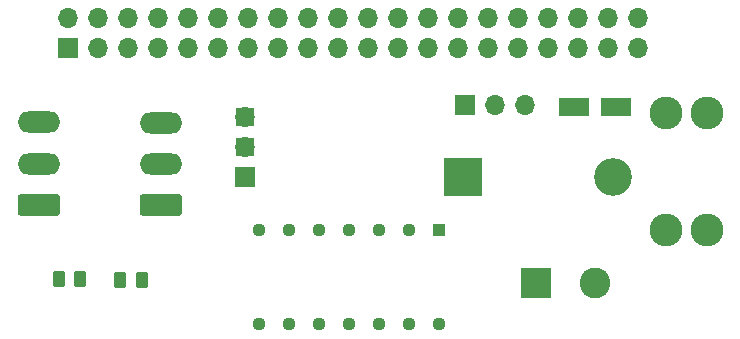
<source format=gtl>
%TF.GenerationSoftware,KiCad,Pcbnew,(6.0.4)*%
%TF.CreationDate,2022-04-01T13:13:12+01:00*%
%TF.ProjectId,Basic_2ch_Hat,42617369-635f-4326-9368-5f4861742e6b,rev?*%
%TF.SameCoordinates,Original*%
%TF.FileFunction,Copper,L1,Top*%
%TF.FilePolarity,Positive*%
%FSLAX46Y46*%
G04 Gerber Fmt 4.6, Leading zero omitted, Abs format (unit mm)*
G04 Created by KiCad (PCBNEW (6.0.4)) date 2022-04-01 13:13:12*
%MOMM*%
%LPD*%
G01*
G04 APERTURE LIST*
G04 Aperture macros list*
%AMRoundRect*
0 Rectangle with rounded corners*
0 $1 Rounding radius*
0 $2 $3 $4 $5 $6 $7 $8 $9 X,Y pos of 4 corners*
0 Add a 4 corners polygon primitive as box body*
4,1,4,$2,$3,$4,$5,$6,$7,$8,$9,$2,$3,0*
0 Add four circle primitives for the rounded corners*
1,1,$1+$1,$2,$3*
1,1,$1+$1,$4,$5*
1,1,$1+$1,$6,$7*
1,1,$1+$1,$8,$9*
0 Add four rect primitives between the rounded corners*
20,1,$1+$1,$2,$3,$4,$5,0*
20,1,$1+$1,$4,$5,$6,$7,0*
20,1,$1+$1,$6,$7,$8,$9,0*
20,1,$1+$1,$8,$9,$2,$3,0*%
G04 Aperture macros list end*
%TA.AperFunction,ComponentPad*%
%ADD10RoundRect,0.250000X1.550000X-0.650000X1.550000X0.650000X-1.550000X0.650000X-1.550000X-0.650000X0*%
%TD*%
%TA.AperFunction,ComponentPad*%
%ADD11O,3.600000X1.800000*%
%TD*%
%TA.AperFunction,ComponentPad*%
%ADD12R,1.130000X1.130000*%
%TD*%
%TA.AperFunction,ComponentPad*%
%ADD13C,1.130000*%
%TD*%
%TA.AperFunction,ComponentPad*%
%ADD14R,3.200000X3.200000*%
%TD*%
%TA.AperFunction,ComponentPad*%
%ADD15O,3.200000X3.200000*%
%TD*%
%TA.AperFunction,ComponentPad*%
%ADD16R,2.600000X2.600000*%
%TD*%
%TA.AperFunction,ComponentPad*%
%ADD17C,2.600000*%
%TD*%
%TA.AperFunction,ComponentPad*%
%ADD18R,1.700000X1.700000*%
%TD*%
%TA.AperFunction,ComponentPad*%
%ADD19O,1.700000X1.700000*%
%TD*%
%TA.AperFunction,SMDPad,CuDef*%
%ADD20RoundRect,0.250000X-0.262500X-0.450000X0.262500X-0.450000X0.262500X0.450000X-0.262500X0.450000X0*%
%TD*%
%TA.AperFunction,ComponentPad*%
%ADD21C,2.780000*%
%TD*%
%TA.AperFunction,ComponentPad*%
%ADD22R,1.524000X1.524000*%
%TD*%
%TA.AperFunction,SMDPad,CuDef*%
%ADD23RoundRect,0.250000X-1.050000X-0.550000X1.050000X-0.550000X1.050000X0.550000X-1.050000X0.550000X0*%
%TD*%
G04 APERTURE END LIST*
D10*
%TO.P,J2,1,1*%
%TO.N,GND*%
X167156000Y-39624000D03*
D11*
%TO.P,J2,2,2*%
%TO.N,Net-(J2-Pad2)*%
X167156000Y-36124000D03*
%TO.P,J2,3,3*%
%TO.N,VIN1*%
X167156000Y-32624000D03*
%TD*%
D10*
%TO.P,J1,1,1*%
%TO.N,GND*%
X156825700Y-39601300D03*
D11*
%TO.P,J1,2,2*%
%TO.N,Net-(J1-Pad2)*%
X156825700Y-36101300D03*
%TO.P,J1,3,3*%
%TO.N,VIN1*%
X156825700Y-32601300D03*
%TD*%
D12*
%TO.P,IC1,1,1OE*%
%TO.N,GND*%
X190703200Y-41750000D03*
D13*
%TO.P,IC1,2,1A*%
%TO.N,DATA1*%
X188163200Y-41750000D03*
%TO.P,IC1,3,1Y*%
%TO.N,Net-(IC1-Pad3)*%
X185623200Y-41750000D03*
%TO.P,IC1,4,2OE*%
%TO.N,GND*%
X183083200Y-41750000D03*
%TO.P,IC1,5,2A*%
%TO.N,DATA2*%
X180543200Y-41750000D03*
%TO.P,IC1,6,2Y*%
%TO.N,Net-(IC1-Pad6)*%
X178003200Y-41750000D03*
%TO.P,IC1,7,GND*%
%TO.N,GND*%
X175463200Y-41750000D03*
%TO.P,IC1,8,3Y*%
%TO.N,unconnected-(IC1-Pad8)*%
X175463200Y-49690000D03*
%TO.P,IC1,9,3A*%
%TO.N,unconnected-(IC1-Pad9)*%
X178003200Y-49690000D03*
%TO.P,IC1,10,3OE*%
%TO.N,GND*%
X180543200Y-49690000D03*
%TO.P,IC1,11,4Y*%
%TO.N,unconnected-(IC1-Pad11)*%
X183083200Y-49690000D03*
%TO.P,IC1,12,4A*%
%TO.N,unconnected-(IC1-Pad12)*%
X185623200Y-49690000D03*
%TO.P,IC1,13,4OE*%
%TO.N,GND*%
X188163200Y-49690000D03*
%TO.P,IC1,14,VCC*%
%TO.N,+5V*%
X190703200Y-49690000D03*
%TD*%
D14*
%TO.P,D20,1,K*%
%TO.N,VIN1*%
X192735200Y-37185600D03*
D15*
%TO.P,D20,2,A*%
%TO.N,GND*%
X205435200Y-37185600D03*
%TD*%
D16*
%TO.P,J23,1,Pin_1*%
%TO.N,GND*%
X198922000Y-46228200D03*
D17*
%TO.P,J23,2,Pin_2*%
%TO.N,V1*%
X203922000Y-46228200D03*
%TD*%
D18*
%TO.P,JP1,1,A*%
%TO.N,V5*%
X192902600Y-31140400D03*
D19*
%TO.P,JP1,2,C*%
%TO.N,VIN1*%
X195442600Y-31140400D03*
%TO.P,JP1,3,B*%
%TO.N,V12*%
X197982600Y-31140400D03*
%TD*%
D20*
%TO.P,R18,1*%
%TO.N,Net-(J1-Pad2)*%
X158499800Y-45872400D03*
%TO.P,R18,2*%
%TO.N,Net-(IC1-Pad3)*%
X160324800Y-45872400D03*
%TD*%
D21*
%TO.P,F18,1*%
%TO.N,V1*%
X213356800Y-41739200D03*
X209956800Y-41739200D03*
%TO.P,F18,2*%
%TO.N,VIN1*%
X209956800Y-31819200D03*
X213356800Y-31819200D03*
%TD*%
D22*
%TO.P,U2,1,IN+*%
%TO.N,unconnected-(U2-Pad1)*%
X174294800Y-32156400D03*
%TO.P,U2,2,GND*%
%TO.N,unconnected-(U2-Pad2)*%
X174294800Y-34696400D03*
%TO.P,U2,3,OUT+*%
%TO.N,unconnected-(U2-Pad3)*%
X174294800Y-37236400D03*
%TD*%
D23*
%TO.P,C1,1*%
%TO.N,+5V*%
X202111200Y-31292800D03*
%TO.P,C1,2*%
%TO.N,GND*%
X205711200Y-31292800D03*
%TD*%
D18*
%TO.P,J4,1,Pin_1*%
%TO.N,V12*%
X174294800Y-37221400D03*
D19*
%TO.P,J4,2,Pin_2*%
%TO.N,GND*%
X174294800Y-34681400D03*
%TO.P,J4,3,Pin_3*%
%TO.N,V5*%
X174294800Y-32141400D03*
%TD*%
D20*
%TO.P,R17,1*%
%TO.N,Net-(J2-Pad2)*%
X163730300Y-45974000D03*
%TO.P,R17,2*%
%TO.N,Net-(IC1-Pad6)*%
X165555300Y-45974000D03*
%TD*%
D18*
%TO.P,J3,1,Pin_1*%
%TO.N,+3V3*%
X159312000Y-26314400D03*
D19*
%TO.P,J3,2,Pin_2*%
%TO.N,V5*%
X159312000Y-23774400D03*
%TO.P,J3,3,Pin_3*%
%TO.N,unconnected-(J3-Pad3)*%
X161852000Y-26314400D03*
%TO.P,J3,4,Pin_4*%
%TO.N,V5*%
X161852000Y-23774400D03*
%TO.P,J3,5,Pin_5*%
%TO.N,unconnected-(J3-Pad5)*%
X164392000Y-26314400D03*
%TO.P,J3,6,Pin_6*%
%TO.N,GND*%
X164392000Y-23774400D03*
%TO.P,J3,7,Pin_7*%
%TO.N,unconnected-(J3-Pad7)*%
X166932000Y-26314400D03*
%TO.P,J3,8,Pin_8*%
%TO.N,unconnected-(J3-Pad8)*%
X166932000Y-23774400D03*
%TO.P,J3,9,Pin_9*%
%TO.N,GND*%
X169472000Y-26314400D03*
%TO.P,J3,10,Pin_10*%
%TO.N,unconnected-(J3-Pad10)*%
X169472000Y-23774400D03*
%TO.P,J3,11,Pin_11*%
%TO.N,unconnected-(J3-Pad11)*%
X172012000Y-26314400D03*
%TO.P,J3,12,Pin_12*%
%TO.N,unconnected-(J3-Pad12)*%
X172012000Y-23774400D03*
%TO.P,J3,13,Pin_13*%
%TO.N,unconnected-(J3-Pad13)*%
X174552000Y-26314400D03*
%TO.P,J3,14,Pin_14*%
%TO.N,GND*%
X174552000Y-23774400D03*
%TO.P,J3,15,Pin_15*%
%TO.N,unconnected-(J3-Pad15)*%
X177092000Y-26314400D03*
%TO.P,J3,16,Pin_16*%
%TO.N,unconnected-(J3-Pad16)*%
X177092000Y-23774400D03*
%TO.P,J3,17,Pin_17*%
%TO.N,+3V3*%
X179632000Y-26314400D03*
%TO.P,J3,18,Pin_18*%
%TO.N,unconnected-(J3-Pad18)*%
X179632000Y-23774400D03*
%TO.P,J3,19,Pin_19*%
%TO.N,unconnected-(J3-Pad19)*%
X182172000Y-26314400D03*
%TO.P,J3,20,Pin_20*%
%TO.N,GND*%
X182172000Y-23774400D03*
%TO.P,J3,21,Pin_21*%
%TO.N,unconnected-(J3-Pad21)*%
X184712000Y-26314400D03*
%TO.P,J3,22,Pin_22*%
%TO.N,unconnected-(J3-Pad22)*%
X184712000Y-23774400D03*
%TO.P,J3,23,Pin_23*%
%TO.N,unconnected-(J3-Pad23)*%
X187252000Y-26314400D03*
%TO.P,J3,24,Pin_24*%
%TO.N,unconnected-(J3-Pad24)*%
X187252000Y-23774400D03*
%TO.P,J3,25,Pin_25*%
%TO.N,GND*%
X189792000Y-26314400D03*
%TO.P,J3,26,Pin_26*%
%TO.N,unconnected-(J3-Pad26)*%
X189792000Y-23774400D03*
%TO.P,J3,27,Pin_27*%
%TO.N,unconnected-(J3-Pad27)*%
X192332000Y-26314400D03*
%TO.P,J3,28,Pin_28*%
%TO.N,unconnected-(J3-Pad28)*%
X192332000Y-23774400D03*
%TO.P,J3,29,Pin_29*%
%TO.N,unconnected-(J3-Pad29)*%
X194872000Y-26314400D03*
%TO.P,J3,30,Pin_30*%
%TO.N,GND*%
X194872000Y-23774400D03*
%TO.P,J3,31,Pin_31*%
%TO.N,unconnected-(J3-Pad31)*%
X197412000Y-26314400D03*
%TO.P,J3,32,Pin_32*%
%TO.N,DATA1*%
X197412000Y-23774400D03*
%TO.P,J3,33,Pin_33*%
%TO.N,DATA2*%
X199952000Y-26314400D03*
%TO.P,J3,34,Pin_34*%
%TO.N,GND*%
X199952000Y-23774400D03*
%TO.P,J3,35,Pin_35*%
%TO.N,unconnected-(J3-Pad35)*%
X202492000Y-26314400D03*
%TO.P,J3,36,Pin_36*%
%TO.N,unconnected-(J3-Pad36)*%
X202492000Y-23774400D03*
%TO.P,J3,37,Pin_37*%
%TO.N,unconnected-(J3-Pad37)*%
X205032000Y-26314400D03*
%TO.P,J3,38,Pin_38*%
%TO.N,unconnected-(J3-Pad38)*%
X205032000Y-23774400D03*
%TO.P,J3,39,Pin_39*%
%TO.N,GND*%
X207572000Y-26314400D03*
%TO.P,J3,40,Pin_40*%
%TO.N,unconnected-(J3-Pad40)*%
X207572000Y-23774400D03*
%TD*%
M02*

</source>
